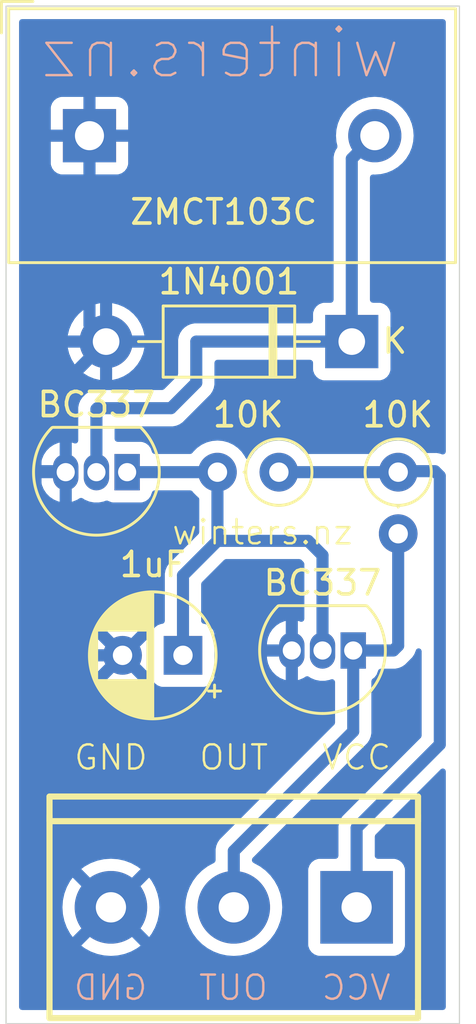
<source format=kicad_pcb>
(kicad_pcb (version 20241229) (generator "pcbnew") (generator_version "9.0")
  (title_block (title "Block Detector") (date "2024-11-24") (company "Winters.nz"))
  (layers (0 "F.Cu" signal) (2 "B.Cu" signal) (13 "F.Paste" user) (15 "B.Paste" user) (5 "F.SilkS" user "F.Silkscreen") (7 "B.SilkS" user "B.Silkscreen") (1 "F.Mask" user) (3 "B.Mask" user) (25 "Edge.Cuts" user))
  (net 0 "")
  (net 1 "GND")
  (net 2 "Net-(D1-K)")
  (net 3 "VCC")
  (net 4 "Net-(J1-Pin_2)")
  (net 5 "Net-(Q1-C)")
  (footprint "Diode_THT:D_DO-41_SOD81_P10.16mm_Horizontal" (layer "F.Cu") (at 138.08 80.25 180)
    (property "Reference" "D1" (hide yes))
    (property "Value" "1N4001" (at 5.08 2.47 0) (layer "F.SilkS"))
    (fp_line (start 8.82 0) (end 7.8 0) (stroke (width 0.12)) (layer "F.SilkS"))
    (fp_line (start 7.8 1.47) (end 7.8 -1.47) (stroke (width 0.12)) (layer "F.SilkS"))
    (fp_line (start 7.8 -1.47) (end 2.36 -1.47) (stroke (width 0.12)) (layer "F.SilkS"))
    (fp_line (start 3.38 -1.47) (end 3.38 1.47) (stroke (width 0.12)) (layer "F.SilkS"))
    (fp_line (start 3.26 -1.47) (end 3.26 1.47) (stroke (width 0.12)) (layer "F.SilkS"))
    (fp_line (start 3.14 -1.47) (end 3.14 1.47) (stroke (width 0.12)) (layer "F.SilkS"))
    (fp_line (start 2.36 1.47) (end 7.8 1.47) (stroke (width 0.12)) (layer "F.SilkS"))
    (fp_line (start 2.36 -1.47) (end 2.36 1.47) (stroke (width 0.12)) (layer "F.SilkS"))
    (fp_line (start 1.34 0) (end 2.36 0) (stroke (width 0.12)) (layer "F.SilkS"))
    (fp_text user "K" (at -1.777199 0.022594 0) (layer "F.SilkS"))
    (pad "1" thru_hole rect (at 0 0 180) (size 2.2 2.2) (drill 1.1) (layers "*.Cu" "*.Mask") (net 2 "Net-(D1-K)"))
    (pad "2" thru_hole oval (at 10.16 0 180) (size 2.2 2.2) (drill 1.1) (layers "*.Cu" "*.Mask") (net 1 "GND"))
  )
  (footprint "Package_TO_SOT_THT:TO-92_Inline" (layer "F.Cu") (at 138.14 93 180)
    (property "Reference" "Q2" (hide yes))
    (property "Value" "BC337" (at 1.27 2.79 0) (layer "F.SilkS"))
    (fp_line (start -0.53 1.85) (end 3.07 1.85) (stroke (width 0.12)) (layer "F.SilkS"))
    (fp_arc (start 1.27 -2.6) (mid 3.672087 -0.994977) (end 3.108478 1.838478) (stroke (width 0.12)) (layer "F.SilkS"))
    (fp_arc (start -0.568478 1.838478) (mid -1.132087 -0.994977) (end 1.27 -2.6) (stroke (width 0.12)) (layer "F.SilkS"))
    (pad "1" thru_hole rect (at 0 0 180) (size 1.05 1.5) (drill 0.75) (layers "*.Cu" "*.Mask") (net 4 "Net-(J1-Pin_2)"))
    (pad "2" thru_hole oval (at 1.27 0 180) (size 1.05 1.5) (drill 0.75) (layers "*.Cu" "*.Mask") (net 5 "Net-(Q1-C)"))
    (pad "3" thru_hole oval (at 2.54 0 180) (size 1.05 1.5) (drill 0.75) (layers "*.Cu" "*.Mask") (net 1 "GND"))
  )
  (footprint "KiCAD-Connector_KF301:KF301-3P" (layer "F.Cu") (at 133.2 103.6 180)
    (property "Reference" "J1" (hide yes))
    (property "Value" "~" (hide yes))
    (fp_line (start 7.62 4.572) (end -7.62 4.572) (stroke (width 0.254)) (layer "F.SilkS"))
    (fp_line (start 7.62 3.81) (end 7.62 -3.81) (stroke (width 0.254)) (layer "F.SilkS"))
    (fp_line (start 7.62 3.556) (end 7.62 4.572) (stroke (width 0.254)) (layer "F.SilkS"))
    (fp_line (start 7.62 -4.572) (end 7.62 -3.81) (stroke (width 0.254)) (layer "F.SilkS"))
    (fp_line (start -7.62 4.572) (end -7.62 3.556) (stroke (width 0.254)) (layer "F.SilkS"))
    (fp_line (start -7.62 3.81) (end -7.62 -3.81) (stroke (width 0.254)) (layer "F.SilkS"))
    (fp_line (start -7.62 3.556) (end 7.62 3.556) (stroke (width 0.254)) (layer "F.SilkS"))
    (fp_line (start -7.62 -4.572) (end 7.62 -4.572) (stroke (width 0.254)) (layer "F.SilkS"))
    (fp_line (start -7.62 -4.572) (end -7.62 -3.81) (stroke (width 0.254)) (layer "F.SilkS"))
    (pad "1" thru_hole rect (at -5.08 0 180) (size 2.99974 2.99974) (drill 1.24968) (layers "*.Cu" "*.Mask") (net 3 "VCC"))
    (pad "2" thru_hole circle (at 0 0 180) (size 2.99974 2.99974) (drill 1.24968) (layers "*.Cu" "*.Mask") (net 4 "Net-(J1-Pin_2)"))
    (pad "3" thru_hole circle (at 5.08 0 180) (size 2.99974 2.99974) (drill 1.24968) (layers "*.Cu" "*.Mask") (net 1 "GND"))
  )
  (footprint "Resistor_THT:R_Axial_DIN0207_L6.3mm_D2.5mm_P2.54mm_Vertical" (layer "F.Cu") (at 135.065 85.64 180)
    (property "Reference" "R1" (hide yes))
    (property "Value" "10K" (at 1.27 2.37 0) (layer "F.SilkS"))
    (fp_line (start 1.37 0) (end 1.44 0) (stroke (width 0.12)) (layer "F.SilkS"))
    (fp_circle (center 0 0) (end 1.37 0) (stroke (width 0.12)) (fill no) (layer "F.SilkS"))
    (pad "1" thru_hole circle (at 0 0 180) (size 1.6 1.6) (drill 0.8) (layers "*.Cu" "*.Mask") (net 3 "VCC"))
    (pad "2" thru_hole oval (at 2.54 0 180) (size 1.6 1.6) (drill 0.8) (layers "*.Cu" "*.Mask") (net 5 "Net-(Q1-C)"))
  )
  (footprint "Package_TO_SOT_THT:TO-92_Inline" (layer "F.Cu") (at 128.79 85.64 180)
    (property "Reference" "Q1" (hide yes))
    (property "Value" "BC337" (at 1.27 2.79 0) (layer "F.SilkS"))
    (fp_line (start -0.53 1.85) (end 3.07 1.85) (stroke (width 0.12)) (layer "F.SilkS"))
    (fp_arc (start 1.27 -2.6) (mid 3.672087 -0.994977) (end 3.108478 1.838478) (stroke (width 0.12)) (layer "F.SilkS"))
    (fp_arc (start -0.568478 1.838478) (mid -1.132087 -0.994977) (end 1.27 -2.6) (stroke (width 0.12)) (layer "F.SilkS"))
    (pad "1" thru_hole rect (at 0 0 180) (size 1.05 1.5) (drill 0.75) (layers "*.Cu" "*.Mask") (net 5 "Net-(Q1-C)"))
    (pad "2" thru_hole oval (at 1.27 0 180) (size 1.05 1.5) (drill 0.75) (layers "*.Cu" "*.Mask") (net 2 "Net-(D1-K)"))
    (pad "3" thru_hole oval (at 2.54 0 180) (size 1.05 1.5) (drill 0.75) (layers "*.Cu" "*.Mask") (net 1 "GND"))
  )
  (footprint "Resistor_THT:R_Axial_DIN0207_L6.3mm_D2.5mm_P2.54mm_Vertical" (layer "F.Cu") (at 140 85.64 -90)
    (property "Reference" "R2" (hide yes))
    (property "Value" "10K" (at -2.37 0.0175 0) (layer "F.SilkS"))
    (fp_line (start 1.37 0) (end 1.44 0) (stroke (width 0.12)) (layer "F.SilkS"))
    (fp_circle (center 0 0) (end 1.37 0) (stroke (width 0.12)) (fill no) (layer "F.SilkS"))
    (pad "1" thru_hole circle (at 0 0 270) (size 1.6 1.6) (drill 0.8) (layers "*.Cu" "*.Mask") (net 3 "VCC"))
    (pad "2" thru_hole oval (at 2.54 0 270) (size 1.6 1.6) (drill 0.8) (layers "*.Cu" "*.Mask") (net 4 "Net-(J1-Pin_2)"))
  )
  (footprint "Capacitor_THT:CP_Radial_D5.0mm_P2.50mm" (layer "F.Cu") (at 131.1 93.2 180)
    (property "Reference" "C1" (hide yes))
    (property "Value" "1uF" (at 1.25 3.75 180) (layer "F.SilkS"))
    (fp_line (start 3.851 -0.284) (end 3.851 0.284) (stroke (width 0.12)) (layer "F.SilkS"))
    (fp_line (start 3.811 -0.518) (end 3.811 0.518) (stroke (width 0.12)) (layer "F.SilkS"))
    (fp_line (start 3.771 -0.677) (end 3.771 0.677) (stroke (width 0.12)) (layer "F.SilkS"))
    (fp_line (start 3.731 -0.805) (end 3.731 0.805) (stroke (width 0.12)) (layer "F.SilkS"))
    (fp_line (start 3.691 -0.915) (end 3.691 0.915) (stroke (width 0.12)) (layer "F.SilkS"))
    (fp_line (start 3.651 -1.011) (end 3.651 1.011) (stroke (width 0.12)) (layer "F.SilkS"))
    (fp_line (start 3.611 -1.098) (end 3.611 1.098) (stroke (width 0.12)) (layer "F.SilkS"))
    (fp_line (start 3.571 -1.178) (end 3.571 1.178) (stroke (width 0.12)) (layer "F.SilkS"))
    (fp_line (start 3.531 1.04) (end 3.531 1.251) (stroke (width 0.12)) (layer "F.SilkS"))
    (fp_line (start 3.531 -1.251) (end 3.531 -1.04) (stroke (width 0.12)) (layer "F.SilkS"))
    (fp_line (start 3.491 1.04) (end 3.491 1.319) (stroke (width 0.12)) (layer "F.SilkS"))
    (fp_line (start 3.491 -1.319) (end 3.491 -1.04) (stroke (width 0.12)) (layer "F.SilkS"))
    (fp_line (start 3.451 1.04) (end 3.451 1.383) (stroke (width 0.12)) (layer "F.SilkS"))
    (fp_line (start 3.451 -1.383) (end 3.451 -1.04) (stroke (width 0.12)) (layer "F.SilkS"))
    (fp_line (start 3.411 1.04) (end 3.411 1.443) (stroke (width 0.12)) (layer "F.SilkS"))
    (fp_line (start 3.411 -1.443) (end 3.411 -1.04) (stroke (width 0.12)) (layer "F.SilkS"))
    (fp_line (start 3.371 1.04) (end 3.371 1.5) (stroke (width 0.12)) (layer "F.SilkS"))
    (fp_line (start 3.371 -1.5) (end 3.371 -1.04) (stroke (width 0.12)) (layer "F.SilkS"))
    (fp_line (start 3.331 1.04) (end 3.331 1.554) (stroke (width 0.12)) (layer "F.SilkS"))
    (fp_line (start 3.331 -1.554) (end 3.331 -1.04) (stroke (width 0.12)) (layer "F.SilkS"))
    (fp_line (start 3.291 1.04) (end 3.291 1.605) (stroke (width 0.12)) (layer "F.SilkS"))
    (fp_line (start 3.291 -1.605) (end 3.291 -1.04) (stroke (width 0.12)) (layer "F.SilkS"))
    (fp_line (start 3.251 1.04) (end 3.251 1.653) (stroke (width 0.12)) (layer "F.SilkS"))
    (fp_line (start 3.251 -1.653) (end 3.251 -1.04) (stroke (width 0.12)) (layer "F.SilkS"))
    (fp_line (start 3.211 1.04) (end 3.211 1.699) (stroke (width 0.12)) (layer "F.SilkS"))
    (fp_line (start 3.211 -1.699) (end 3.211 -1.04) (stroke (width 0.12)) (layer "F.SilkS"))
    (fp_line (start 3.171 1.04) (end 3.171 1.743) (stroke (width 0.12)) (layer "F.SilkS"))
    (fp_line (start 3.171 -1.743) (end 3.171 -1.04) (stroke (width 0.12)) (layer "F.SilkS"))
    (fp_line (start 3.131 1.04) (end 3.131 1.785) (stroke (width 0.12)) (layer "F.SilkS"))
    (fp_line (start 3.131 -1.785) (end 3.131 -1.04) (stroke (width 0.12)) (layer "F.SilkS"))
    (fp_line (start 3.091 1.04) (end 3.091 1.826) (stroke (width 0.12)) (layer "F.SilkS"))
    (fp_line (start 3.091 -1.826) (end 3.091 -1.04) (stroke (width 0.12)) (layer "F.SilkS"))
    (fp_line (start 3.051 1.04) (end 3.051 1.864) (stroke (width 0.12)) (layer "F.SilkS"))
    (fp_line (start 3.051 -1.864) (end 3.051 -1.04) (stroke (width 0.12)) (layer "F.SilkS"))
    (fp_line (start 3.011 1.04) (end 3.011 1.901) (stroke (width 0.12)) (layer "F.SilkS"))
    (fp_line (start 3.011 -1.901) (end 3.011 -1.04) (stroke (width 0.12)) (layer "F.SilkS"))
    (fp_line (start 2.971 1.04) (end 2.971 1.937) (stroke (width 0.12)) (layer "F.SilkS"))
    (fp_line (start 2.971 -1.937) (end 2.971 -1.04) (stroke (width 0.12)) (layer "F.SilkS"))
    (fp_line (start 2.931 1.04) (end 2.931 1.971) (stroke (width 0.12)) (layer "F.SilkS"))
    (fp_line (start 2.931 -1.971) (end 2.931 -1.04) (stroke (width 0.12)) (layer "F.SilkS"))
    (fp_line (start 2.891 1.04) (end 2.891 2.004) (stroke (width 0.12)) (layer "F.SilkS"))
    (fp_line (start 2.891 -2.004) (end 2.891 -1.04) (stroke (width 0.12)) (layer "F.SilkS"))
    (fp_line (start 2.851 1.04) (end 2.851 2.035) (stroke (width 0.12)) (layer "F.SilkS"))
    (fp_line (start 2.851 -2.035) (end 2.851 -1.04) (stroke (width 0.12)) (layer "F.SilkS"))
    (fp_line (start 2.811 1.04) (end 2.811 2.065) (stroke (width 0.12)) (layer "F.SilkS"))
    (fp_line (start 2.811 -2.065) (end 2.811 -1.04) (stroke (width 0.12)) (layer "F.SilkS"))
    (fp_line (start 2.771 1.04) (end 2.771 2.095) (stroke (width 0.12)) (layer "F.SilkS"))
    (fp_line (start 2.771 -2.095) (end 2.771 -1.04) (stroke (width 0.12)) (layer "F.SilkS"))
    (fp_line (start 2.731 1.04) (end 2.731 2.122) (stroke (width 0.12)) (layer "F.SilkS"))
    (fp_line (start 2.731 -2.122) (end 2.731 -1.04) (stroke (width 0.12)) (layer "F.SilkS"))
    (fp_line (start 2.691 1.04) (end 2.691 2.149) (stroke (width 0.12)) (layer "F.SilkS"))
    (fp_line (start 2.691 -2.149) (end 2.691 -1.04) (stroke (width 0.12)) (layer "F.SilkS"))
    (fp_line (start 2.651 1.04) (end 2.651 2.175) (stroke (width 0.12)) (layer "F.SilkS"))
    (fp_line (start 2.651 -2.175) (end 2.651 -1.04) (stroke (width 0.12)) (layer "F.SilkS"))
    (fp_line (start 2.611 1.04) (end 2.611 2.2) (stroke (width 0.12)) (layer "F.SilkS"))
    (fp_line (start 2.611 -2.2) (end 2.611 -1.04) (stroke (width 0.12)) (layer "F.SilkS"))
    (fp_line (start 2.571 1.04) (end 2.571 2.224) (stroke (width 0.12)) (layer "F.SilkS"))
    (fp_line (start 2.571 -2.224) (end 2.571 -1.04) (stroke (width 0.12)) (layer "F.SilkS"))
    (fp_line (start 2.531 1.04) (end 2.531 2.247) (stroke (width 0.12)) (layer "F.SilkS"))
    (fp_line (start 2.531 -2.247) (end 2.531 -1.04) (stroke (width 0.12)) (layer "F.SilkS"))
    (fp_line (start 2.491 1.04) (end 2.491 2.268) (stroke (width 0.12)) (layer "F.SilkS"))
    (fp_line (start 2.491 -2.268) (end 2.491 -1.04) (stroke (width 0.12)) (layer "F.SilkS"))
    (fp_line (start 2.451 1.04) (end 2.451 2.29) (stroke (width 0.12)) (layer "F.SilkS"))
    (fp_line (start 2.451 -2.29) (end 2.451 -1.04) (stroke (width 0.12)) (layer "F.SilkS"))
    (fp_line (start 2.411 1.04) (end 2.411 2.31) (stroke (width 0.12)) (layer "F.SilkS"))
    (fp_line (start 2.411 -2.31) (end 2.411 -1.04) (stroke (width 0.12)) (layer "F.SilkS"))
    (fp_line (start 2.371 1.04) (end 2.371 2.329) (stroke (width 0.12)) (layer "F.SilkS"))
    (fp_line (start 2.371 -2.329) (end 2.371 -1.04) (stroke (width 0.12)) (layer "F.SilkS"))
    (fp_line (start 2.331 1.04) (end 2.331 2.348) (stroke (width 0.12)) (layer "F.SilkS"))
    (fp_line (start 2.331 -2.348) (end 2.331 -1.04) (stroke (width 0.12)) (layer "F.SilkS"))
    (fp_line (start 2.291 1.04) (end 2.291 2.365) (stroke (width 0.12)) (layer "F.SilkS"))
    (fp_line (start 2.291 -2.365) (end 2.291 -1.04) (stroke (width 0.12)) (layer "F.SilkS"))
    (fp_line (start 2.251 1.04) (end 2.251 2.382) (stroke (width 0.12)) (layer "F.SilkS"))
    (fp_line (start 2.251 -2.382) (end 2.251 -1.04) (stroke (width 0.12)) (layer "F.SilkS"))
    (fp_line (start 2.211 1.04) (end 2.211 2.398) (stroke (width 0.12)) (layer "F.SilkS"))
    (fp_line (start 2.211 -2.398) (end 2.211 -1.04) (stroke (width 0.12)) (layer "F.SilkS"))
    (fp_line (start 2.171 1.04) (end 2.171 2.414) (stroke (width 0.12)) (layer "F.SilkS"))
    (fp_line (start 2.171 -2.414) (end 2.171 -1.04) (stroke (width 0.12)) (layer "F.SilkS"))
    (fp_line (start 2.131 1.04) (end 2.131 2.428) (stroke (width 0.12)) (layer "F.SilkS"))
    (fp_line (start 2.131 -2.428) (end 2.131 -1.04) (stroke (width 0.12)) (layer "F.SilkS"))
    (fp_line (start 2.091 1.04) (end 2.091 2.442) (stroke (width 0.12)) (layer "F.SilkS"))
    (fp_line (start 2.091 -2.442) (end 2.091 -1.04) (stroke (width 0.12)) (layer "F.SilkS"))
    (fp_line (start 2.051 1.04) (end 2.051 2.455) (stroke (width 0.12)) (layer "F.SilkS"))
    (fp_line (start 2.051 -2.455) (end 2.051 -1.04) (stroke (width 0.12)) (layer "F.SilkS"))
    (fp_line (start 2.011 1.04) (end 2.011 2.468) (stroke (width 0.12)) (layer "F.SilkS"))
    (fp_line (start 2.011 -2.468) (end 2.011 -1.04) (stroke (width 0.12)) (layer "F.SilkS"))
    (fp_line (start 1.971 1.04) (end 1.971 2.48) (stroke (width 0.12)) (layer "F.SilkS"))
    (fp_line (start 1.971 -2.48) (end 1.971 -1.04) (stroke (width 0.12)) (layer "F.SilkS"))
    (fp_line (start 1.93 1.04) (end 1.93 2.491) (stroke (width 0.12)) (layer "F.SilkS"))
    (fp_line (start 1.93 -2.491) (end 1.93 -1.04) (stroke (width 0.12)) (layer "F.SilkS"))
    (fp_line (start 1.89 1.04) (end 1.89 2.501) (stroke (width 0.12)) (layer "F.SilkS"))
    (fp_line (start 1.89 -2.501) (end 1.89 -1.04) (stroke (width 0.12)) (layer "F.SilkS"))
    (fp_line (start 1.85 1.04) (end 1.85 2.511) (stroke (width 0.12)) (layer "F.SilkS"))
    (fp_line (start 1.85 -2.511) (end 1.85 -1.04) (stroke (width 0.12)) (layer "F.SilkS"))
    (fp_line (start 1.81 1.04) (end 1.81 2.52) (stroke (width 0.12)) (layer "F.SilkS"))
    (fp_line (start 1.81 -2.52) (end 1.81 -1.04) (stroke (width 0.12)) (layer "F.SilkS"))
    (fp_line (start 1.77 1.04) (end 1.77 2.528) (stroke (width 0.12)) (layer "F.SilkS"))
    (fp_line (start 1.77 -2.528) (end 1.77 -1.04) (stroke (width 0.12)) (layer "F.SilkS"))
    (fp_line (start 1.73 1.04) (end 1.73 2.536) (stroke (width 0.12)) (layer "F.SilkS"))
    (fp_line (start 1.73 -2.536) (end 1.73 -1.04) (stroke (width 0.12)) (layer "F.SilkS"))
    (fp_line (start 1.69 1.04) (end 1.69 2.543) (stroke (width 0.12)) (layer "F.SilkS"))
    (fp_line (start 1.69 -2.543) (end 1.69 -1.04) (stroke (width 0.12)) (layer "F.SilkS"))
    (fp_line (start 1.65 1.04) (end 1.65 2.55) (stroke (width 0.12)) (layer "F.SilkS"))
    (fp_line (start 1.65 -2.55) (end 1.65 -1.04) (stroke (width 0.12)) (layer "F.SilkS"))
    (fp_line (start 1.61 1.04) (end 1.61 2.556) (stroke (width 0.12)) (layer "F.SilkS"))
    (fp_line (start 1.61 -2.556) (end 1.61 -1.04) (stroke (width 0.12)) (layer "F.SilkS"))
    (fp_line (start 1.57 1.04) (end 1.57 2.561) (stroke (width 0.12)) (layer "F.SilkS"))
    (fp_line (start 1.57 -2.561) (end 1.57 -1.04) (stroke (width 0.12)) (layer "F.SilkS"))
    (fp_line (start 1.53 1.04) (end 1.53 2.565) (stroke (width 0.12)) (layer "F.SilkS"))
    (fp_line (start 1.53 -2.565) (end 1.53 -1.04) (stroke (width 0.12)) (layer "F.SilkS"))
    (fp_line (start 1.49 1.04) (end 1.49 2.569) (stroke (width 0.12)) (layer "F.SilkS"))
    (fp_line (start 1.49 -2.569) (end 1.49 -1.04) (stroke (width 0.12)) (layer "F.SilkS"))
    (fp_line (start 1.45 -2.573) (end 1.45 2.573) (stroke (width 0.12)) (layer "F.SilkS"))
    (fp_line (start 1.41 -2.576) (end 1.41 2.576) (stroke (width 0.12)) (layer "F.SilkS"))
    (fp_line (start 1.37 -2.578) (end 1.37 2.578) (stroke (width 0.12)) (layer "F.SilkS"))
    (fp_line (start 1.33 -2.579) (end 1.33 2.579) (stroke (width 0.12)) (layer "F.SilkS"))
    (fp_line (start 1.29 -2.58) (end 1.29 2.58) (stroke (width 0.12)) (layer "F.SilkS"))
    (fp_line (start 1.25 -2.58) (end 1.25 2.58) (stroke (width 0.12)) (layer "F.SilkS"))
    (fp_line (start -1.304775 -1.725) (end -1.304775 -1.225) (stroke (width 0.12)) (layer "F.SilkS"))
    (fp_line (start -1.554775 -1.475) (end -1.054775 -1.475) (stroke (width 0.12)) (layer "F.SilkS"))
    (fp_circle (center 1.25 0) (end 3.87 0) (stroke (width 0.12)) (fill no) (layer "F.SilkS"))
    (pad "1" thru_hole rect (at 0 0 180) (size 1.6 1.6) (drill 0.8) (layers "*.Cu" "*.Mask") (net 5 "Net-(Q1-C)"))
    (pad "2" thru_hole circle (at 2.5 0 180) (size 1.6 1.6) (drill 0.8) (layers "*.Cu" "*.Mask") (net 1 "GND"))
  )
  (footprint "Transformer_THT:Transformer_Zeming_ZMCT103C" (layer "F.Cu") (at 127.2325 71.7525)
    (property "Reference" "TR1" (hide yes))
    (property "Value" "ZMCT103C" (at 5.55 3.15 0) (layer "F.SilkS"))
    (fp_line (start -3.64 -5.54) (end -2.34 -5.54) (stroke (width 0.12)) (layer "F.SilkS"))
    (fp_line (start -3.64 -4.24) (end -3.64 -5.54) (stroke (width 0.12)) (layer "F.SilkS"))
    (fp_rect (start -3.34 -5.24) (end 15.14 5.24) (stroke (width 0.12)) (fill no) (layer "F.SilkS"))
    (pad "1" thru_hole rect (at 0 0) (size 2.2 2.2) (drill 1.2) (layers "*.Cu" "*.Mask") (net 1 "GND"))
    (pad "2" thru_hole circle (at 11.8 0) (size 2.2 2.2) (drill 1.2) (layers "*.Cu" "*.Mask") (net 2 "Net-(D1-K)"))
  )
  (gr_rect (start 123.7825 66.4025) (end 142.5325 108.4025) (stroke (width 0.05)) (fill no) (layer "Edge.Cuts"))
  (gr_text "OUT" (at 133.2 98 0) (layer "F.SilkS") (effects (font (size 1 1) (thickness 0.1)) (justify bottom)))
  (gr_text "winters.nz" (at 130.5825 88.7025 0) (layer "F.SilkS") (effects (font (size 1 1) (thickness 0.1)) (justify left bottom)))
  (gr_text "GND" (at 128.12 98 0) (layer "F.SilkS") (effects (font (size 1 1) (thickness 0.1)) (justify bottom)))
  (gr_text "VCC" (at 138.28 98 0) (layer "F.SilkS") (effects (font (size 1 1) (thickness 0.1)) (justify bottom)))
  (gr_text "VCC" (at 139.758572 107.5025 0) (layer "B.SilkS") (effects (font (size 1 1) (thickness 0.1)) (justify left bottom mirror)))
  (gr_text "GND" (at 129.69381 107.5025 0) (layer "B.SilkS") (effects (font (size 1 1) (thickness 0.1)) (justify left bottom mirror)))
  (gr_text "winters.nz" (at 140.1825 69.5025 0) (layer "B.SilkS") (effects (font (size 2 2) (thickness 0.1)) (justify left bottom mirror)))
  (gr_text "OUT" (at 134.678572 107.5025 0) (layer "B.SilkS") (effects (font (size 1 1) (thickness 0.1)) (justify left bottom mirror)))
  (segment (start 125 83.17) (end 127.92 80.25) (width 0.5) (layer "B.Cu") (net 1))
  (segment (start 126.1 96.6) (end 126.1 101.58) (width 0.5) (layer "B.Cu") (net 1))
  (segment (start 125 85.6) (end 126.21 85.6) (width 0.5) (layer "B.Cu") (net 1))
  (segment (start 126.21 85.6) (end 126.245 85.635) (width 0.5) (layer "B.Cu") (net 1))
  (segment (start 126.245 85.635) (end 126.245 85.64) (width 0.5) (layer "B.Cu") (net 1))
  (segment (start 125.9 93) (end 126.1 93.2) (width 0.5) (layer "B.Cu") (net 1))
  (segment (start 126.1 101.58) (end 128.12 103.6) (width 0.5) (layer "B.Cu") (net 1))
  (segment (start 135.6 93) (end 135.6 94.6) (width 0.5) (layer "B.Cu") (net 1))
  (segment (start 133.4 96.8) (end 126.3 96.8) (width 0.5) (layer "B.Cu") (net 1))
  (segment (start 127.2325 71.7525) (end 127.2325 79.5625) (width 0.5) (layer "B.Cu") (net 1))
  (segment (start 127.2325 79.5625) (end 127.92 80.25) (width 0.5) (layer "B.Cu") (net 1))
  (segment (start 135.6 94.6) (end 133.4 96.8) (width 0.5) (layer "B.Cu") (net 1))
  (segment (start 126.1 93.2) (end 128.6 93.2) (width 0.5) (layer "B.Cu") (net 1))
  (segment (start 125 93) (end 125.9 93) (width 0.5) (layer "B.Cu") (net 1))
  (segment (start 125 85.6) (end 125 93) (width 0.5) (layer "B.Cu") (net 1))
  (segment (start 126.1 93.2) (end 126.1 96.6) (width 0.5) (layer "B.Cu") (net 1))
  (segment (start 126.3 96.8) (end 126.1 96.6) (width 0.5) (layer "B.Cu") (net 1))
  (segment (start 125 85.6) (end 125 83.17) (width 0.5) (layer "B.Cu") (net 1))
  (segment (start 138.08 80.25) (end 131.65 80.25) (width 0.5) (layer "B.Cu") (net 2))
  (segment (start 130.6 83) (end 127.56 83) (width 0.5) (layer "B.Cu") (net 2))
  (segment (start 131.65 81.95) (end 130.6 83) (width 0.5) (layer "B.Cu") (net 2))
  (segment (start 127.52 83.04) (end 127.52 85.64) (width 0.5) (layer "B.Cu") (net 2))
  (segment (start 127.56 83) (end 127.52 83.04) (width 0.5) (layer "B.Cu") (net 2))
  (segment (start 131.65 80.25) (end 131.65 81.95) (width 0.5) (layer "B.Cu") (net 2))
  (segment (start 138.08 72.705) (end 139.0325 71.7525) (width 0.5) (layer "B.Cu") (net 2))
  (segment (start 138.08 80.25) (end 138.08 72.705) (width 0.5) (layer "B.Cu") (net 2))
  (segment (start 135.065 85.64) (end 139.96 85.64) (width 0.5) (layer "B.Cu") (net 3))
  (segment (start 139.96 85.64) (end 140 85.6) (width 0.5) (layer "B.Cu") (net 3))
  (segment (start 141.52 85.6) (end 140 85.6) (width 0.5) (layer "B.Cu") (net 3))
  (segment (start 141.72 96.88) (end 141.72 85.8) (width 0.5) (layer "B.Cu") (net 3))
  (segment (start 141.72 85.8) (end 141.52 85.6) (width 0.5) (layer "B.Cu") (net 3))
  (segment (start 138.28 100.32) (end 141.72 96.88) (width 0.5) (layer "B.Cu") (net 3))
  (segment (start 138.28 103.6) (end 138.28 100.32) (width 0.5) (layer "B.Cu") (net 3))
  (segment (start 138.14 96.34) (end 138.14 93) (width 0.5) (layer "B.Cu") (net 4))
  (segment (start 133.2 103.6) (end 133.2 101.28) (width 0.5) (layer "B.Cu") (net 4))
  (segment (start 140 88.14) (end 140 92.8) (width 0.5) (layer "B.Cu") (net 4))
  (segment (start 140 92.8) (end 139.8 93) (width 0.5) (layer "B.Cu") (net 4))
  (segment (start 139.8 93) (end 138.14 93) (width 0.5) (layer "B.Cu") (net 4))
  (segment (start 133.2 101.28) (end 138.14 96.34) (width 0.5) (layer "B.Cu") (net 4))
  (segment (start 136.275 88.475) (end 136.87 89.07) (width 0.5) (layer "B.Cu") (net 5))
  (segment (start 132.525 85.64) (end 132.525 88.475) (width 0.5) (layer "B.Cu") (net 5))
  (segment (start 128.79 85.64) (end 132.525 85.64) (width 0.5) (layer "B.Cu") (net 5))
  (segment (start 131.1 89.9) (end 131.1 93.2) (width 0.5) (layer "B.Cu") (net 5))
  (segment (start 132.525 88.475) (end 131.1 89.9) (width 0.5) (layer "B.Cu") (net 5))
  (segment (start 132.525 88.475) (end 136.275 88.475) (width 0.5) (layer "B.Cu") (net 5))
  (segment (start 136.87 89.07) (end 136.87 93) (width 0.5) (layer "B.Cu") (net 5))
  (zone (net 1) (net_name "GND") (layer "B.Cu") (connect_pads (clearance 0.5)) (min_thickness 0.25) (fill yes (thermal_gap 0.5) (thermal_bridge_width 0.5))
    (polygon (pts (xy 123.8 66.6) (xy 123.763602 108.268029) (xy 142.363602 108.268029) (xy 142.4 66.4)))
  )
)
</source>
